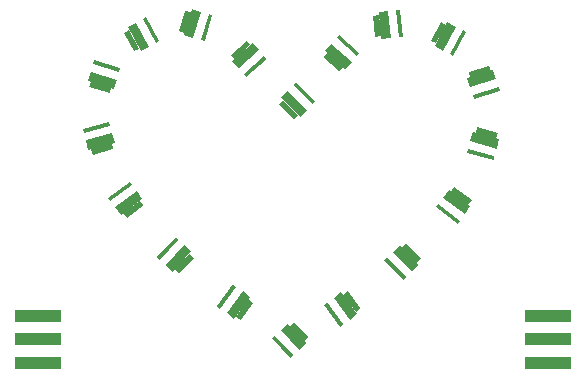
<source format=gts>
G04 #@! TF.FileFunction,Soldermask,Top*
%FSLAX46Y46*%
G04 Gerber Fmt 4.6, Leading zero omitted, Abs format (unit mm)*
G04 Created by KiCad (PCBNEW 4.0.0-rc2-stable) date 3/3/2016 3:06:40 PM*
%MOMM*%
G01*
G04 APERTURE LIST*
%ADD10C,0.150000*%
%ADD11R,4.000000X1.000000*%
%ADD12C,0.600000*%
G04 APERTURE END LIST*
D10*
G36*
X67278037Y-45090824D02*
X66221368Y-46548031D01*
X65816589Y-46254512D01*
X66873258Y-44797305D01*
X67278037Y-45090824D01*
X67278037Y-45090824D01*
G37*
G36*
X65813775Y-43720228D02*
X64463586Y-45582214D01*
X64204527Y-45394362D01*
X65554716Y-43532376D01*
X65813775Y-43720228D01*
X65813775Y-43720228D01*
G37*
G36*
X67020018Y-44594916D02*
X65669829Y-46456901D01*
X65022182Y-45987270D01*
X66372371Y-44125285D01*
X67020018Y-44594916D01*
X67020018Y-44594916D01*
G37*
G36*
X62244901Y-41264184D02*
X61034140Y-42596121D01*
X60664157Y-42259798D01*
X61874918Y-40927861D01*
X62244901Y-41264184D01*
X62244901Y-41264184D01*
G37*
G36*
X60940531Y-39740628D02*
X59393447Y-41442548D01*
X59156659Y-41227302D01*
X60703743Y-39525382D01*
X60940531Y-39740628D01*
X60940531Y-39740628D01*
G37*
G36*
X62043079Y-40742869D02*
X60495995Y-42444789D01*
X59904023Y-41906673D01*
X61451107Y-40204753D01*
X62043079Y-40742869D01*
X62043079Y-40742869D01*
G37*
G36*
X57999958Y-36833116D02*
X56551747Y-37902081D01*
X56254812Y-37499800D01*
X57703023Y-36430835D01*
X57999958Y-36833116D01*
X57999958Y-36833116D01*
G37*
G36*
X57019299Y-35083571D02*
X55168807Y-36449469D01*
X54978769Y-36192009D01*
X56829261Y-34826111D01*
X57019299Y-35083571D01*
X57019299Y-35083571D01*
G37*
G36*
X57904164Y-36282367D02*
X56053672Y-37648266D01*
X55578576Y-37004617D01*
X57429068Y-35638718D01*
X57904164Y-36282367D01*
X57904164Y-36282367D01*
G37*
G36*
X55440027Y-32065512D02*
X53702295Y-32534860D01*
X53571921Y-32052156D01*
X55309653Y-31582808D01*
X55440027Y-32065512D01*
X55440027Y-32065512D01*
G37*
G36*
X55162489Y-30079165D02*
X52942053Y-30678887D01*
X52858613Y-30369957D01*
X55079049Y-29770235D01*
X55162489Y-30079165D01*
X55162489Y-30079165D01*
G37*
G36*
X55551004Y-31517622D02*
X53330569Y-32117344D01*
X53121970Y-31345018D01*
X55342405Y-30745296D01*
X55551004Y-31517622D01*
X55551004Y-31517622D01*
G37*
G36*
X55115142Y-27368099D02*
X53395280Y-26836990D01*
X53542810Y-26359251D01*
X55262672Y-26890360D01*
X55115142Y-27368099D01*
X55115142Y-27368099D01*
G37*
G36*
X55941181Y-25540461D02*
X53743580Y-24861822D01*
X53837999Y-24556069D01*
X56035600Y-25234708D01*
X55941181Y-25540461D01*
X55941181Y-25540461D01*
G37*
G36*
X55501541Y-26964125D02*
X53303940Y-26285486D01*
X53539989Y-25521103D01*
X55737590Y-26199742D01*
X55501541Y-26964125D01*
X55501541Y-26964125D01*
G37*
G36*
X57183658Y-23808237D02*
X56328673Y-22224255D01*
X56768668Y-21986759D01*
X57623653Y-23570741D01*
X57183658Y-23808237D01*
X57183658Y-23808237D01*
G37*
G36*
X59053586Y-23083000D02*
X57961105Y-21059023D01*
X58242702Y-20907026D01*
X59335183Y-22931003D01*
X59053586Y-23083000D01*
X59053586Y-23083000D01*
G37*
G36*
X57742400Y-23790738D02*
X56649919Y-21766761D01*
X57353912Y-21386768D01*
X58446393Y-23410745D01*
X57742400Y-23790738D01*
X57742400Y-23790738D01*
G37*
G36*
X61024928Y-22071365D02*
X61530839Y-20343924D01*
X62010684Y-20484455D01*
X61504773Y-22211896D01*
X61024928Y-22071365D01*
X61024928Y-22071365D01*
G37*
G36*
X62864446Y-22870599D02*
X63510887Y-20663313D01*
X63817988Y-20753253D01*
X63171547Y-22960539D01*
X62864446Y-22870599D01*
X62864446Y-22870599D01*
G37*
G36*
X61434509Y-22451819D02*
X62080950Y-20244532D01*
X62848701Y-20469381D01*
X62202260Y-22676668D01*
X61434509Y-22451819D01*
X61434509Y-22451819D01*
G37*
G36*
X65364898Y-24075152D02*
X66712213Y-22881527D01*
X67043776Y-23255782D01*
X65696461Y-24449407D01*
X65364898Y-24075152D01*
X65364898Y-24075152D01*
G37*
G36*
X66497390Y-25730467D02*
X68218960Y-24205279D01*
X68431160Y-24444801D01*
X66709590Y-25969989D01*
X66497390Y-25730467D01*
X66497390Y-25730467D01*
G37*
G36*
X65509334Y-24615188D02*
X67230904Y-23090001D01*
X67761404Y-23688808D01*
X66039834Y-25213995D01*
X65509334Y-24615188D01*
X65509334Y-24615188D01*
G37*
G36*
X74564644Y-25504466D02*
X73210010Y-24319153D01*
X73539264Y-23942866D01*
X74893898Y-25128179D01*
X74564644Y-25504466D01*
X74564644Y-25504466D01*
G37*
G36*
X76063216Y-24171470D02*
X74332295Y-22656904D01*
X74543018Y-22416080D01*
X76273939Y-23930646D01*
X76063216Y-24171470D01*
X76063216Y-24171470D01*
G37*
G36*
X75082041Y-25292806D02*
X73351120Y-23778240D01*
X73877925Y-23176180D01*
X75608846Y-24690746D01*
X75082041Y-25292806D01*
X75082041Y-25292806D01*
G37*
G36*
X77609097Y-22559846D02*
X77443273Y-20767500D01*
X77941147Y-20721438D01*
X78106971Y-22513784D01*
X77609097Y-22559846D01*
X77609097Y-22559846D01*
G37*
G36*
X79613666Y-22625456D02*
X79401781Y-20335236D01*
X79720420Y-20305756D01*
X79932305Y-22595976D01*
X79613666Y-22625456D01*
X79613666Y-22625456D01*
G37*
G36*
X78130002Y-22762720D02*
X77918116Y-20472501D01*
X78714714Y-20398802D01*
X78926600Y-22689021D01*
X78130002Y-22762720D01*
X78130002Y-22762720D01*
G37*
G36*
X82310100Y-22891298D02*
X83165073Y-21307308D01*
X83605070Y-21544800D01*
X82750097Y-23128790D01*
X82310100Y-22891298D01*
X82310100Y-22891298D01*
G37*
G36*
X83942543Y-24056516D02*
X85035007Y-22032529D01*
X85316605Y-22184524D01*
X84224141Y-24208511D01*
X83942543Y-24056516D01*
X83942543Y-24056516D01*
G37*
G36*
X82631351Y-23348788D02*
X83723816Y-21324802D01*
X84427811Y-21704790D01*
X83335346Y-23728776D01*
X82631351Y-23348788D01*
X82631351Y-23348788D01*
G37*
G36*
X85508379Y-25529935D02*
X87227972Y-24997958D01*
X87375743Y-25475623D01*
X85656150Y-26007600D01*
X85508379Y-25529935D01*
X85508379Y-25529935D01*
G37*
G36*
X85857677Y-27504927D02*
X88054935Y-26825178D01*
X88149509Y-27130883D01*
X85952251Y-27810632D01*
X85857677Y-27504927D01*
X85857677Y-27504927D01*
G37*
G36*
X85417318Y-26081486D02*
X87614576Y-25401738D01*
X87851010Y-26166002D01*
X85653752Y-26845750D01*
X85417318Y-26081486D01*
X85417318Y-26081486D01*
G37*
G36*
X86246391Y-30236768D02*
X87984135Y-30706073D01*
X87853773Y-31188780D01*
X86116029Y-30719475D01*
X86246391Y-30236768D01*
X86246391Y-30236768D01*
G37*
G36*
X85486196Y-32092759D02*
X87706646Y-32692426D01*
X87623214Y-33001359D01*
X85402764Y-32401692D01*
X85486196Y-32092759D01*
X85486196Y-32092759D01*
G37*
G36*
X85874676Y-30654294D02*
X88095126Y-31253961D01*
X87886546Y-32026292D01*
X85666096Y-31426625D01*
X85874676Y-30654294D01*
X85874676Y-30654294D01*
G37*
G36*
X84318797Y-35309250D02*
X85763061Y-36383542D01*
X85464647Y-36784726D01*
X84020383Y-35710434D01*
X84318797Y-35309250D01*
X84318797Y-35309250D01*
G37*
G36*
X82930516Y-36756757D02*
X84775964Y-38129463D01*
X84584978Y-38386221D01*
X82739530Y-37013515D01*
X82930516Y-36756757D01*
X82930516Y-36756757D01*
G37*
G36*
X83819791Y-35561227D02*
X85665238Y-36933934D01*
X85187775Y-37575829D01*
X83342328Y-36203122D01*
X83819791Y-35561227D01*
X83819791Y-35561227D01*
G37*
G36*
X80249587Y-40051424D02*
X81469091Y-41375361D01*
X81101331Y-41714112D01*
X79881827Y-40390175D01*
X80249587Y-40051424D01*
X80249587Y-40051424D01*
G37*
G36*
X78616525Y-41215773D02*
X80174780Y-42907471D01*
X79939413Y-43124271D01*
X78381158Y-41432573D01*
X78616525Y-41215773D01*
X78616525Y-41215773D01*
G37*
G36*
X79712451Y-40206294D02*
X81270706Y-41897992D01*
X80682289Y-42439994D01*
X79124034Y-40748296D01*
X79712451Y-40206294D01*
X79712451Y-40206294D01*
G37*
G36*
X75294348Y-44095296D02*
X76352715Y-45551269D01*
X75948278Y-45845260D01*
X74889911Y-44389287D01*
X75294348Y-44095296D01*
X75294348Y-44095296D01*
G37*
G36*
X73537693Y-45063162D02*
X74890051Y-46923572D01*
X74631211Y-47111726D01*
X73278853Y-45251316D01*
X73537693Y-45063162D01*
X73537693Y-45063162D01*
G37*
G36*
X74742915Y-44187069D02*
X76095274Y-46047479D01*
X75448175Y-46517865D01*
X74095816Y-44657455D01*
X74742915Y-44187069D01*
X74742915Y-44187069D01*
G37*
G36*
X70719417Y-46688136D02*
X71949194Y-48002537D01*
X71584083Y-48344142D01*
X70354306Y-47029741D01*
X70719417Y-46688136D01*
X70719417Y-46688136D01*
G37*
G36*
X69095472Y-47865167D02*
X70666853Y-49544679D01*
X70433182Y-49763305D01*
X68861801Y-48083793D01*
X69095472Y-47865167D01*
X69095472Y-47865167D01*
G37*
G36*
X70183504Y-46847185D02*
X71754886Y-48526697D01*
X71170708Y-49073265D01*
X69599326Y-47393753D01*
X70183504Y-46847185D01*
X70183504Y-46847185D01*
G37*
G36*
X70767194Y-29515968D02*
X69460775Y-28277716D01*
X69804734Y-27914822D01*
X71111153Y-29153074D01*
X70767194Y-29515968D01*
X70767194Y-29515968D01*
G37*
G36*
X72317598Y-28243628D02*
X70648284Y-26661417D01*
X70868418Y-26429164D01*
X72537732Y-28011375D01*
X72317598Y-28243628D01*
X72317598Y-28243628D01*
G37*
G36*
X71292601Y-29325053D02*
X69623287Y-27742842D01*
X70173621Y-27162211D01*
X71842935Y-28744422D01*
X71292601Y-29325053D01*
X71292601Y-29325053D01*
G37*
D11*
X92246380Y-50192207D03*
X92246380Y-48192207D03*
X92246380Y-46192207D03*
D12*
X91246380Y-50192207D03*
X91246380Y-48192207D03*
X91246380Y-46192207D03*
D11*
X49020840Y-46192207D03*
X49020840Y-48192207D03*
X49020840Y-50192207D03*
D12*
X50020840Y-46192207D03*
X50020840Y-48192207D03*
X50020840Y-50192207D03*
M02*

</source>
